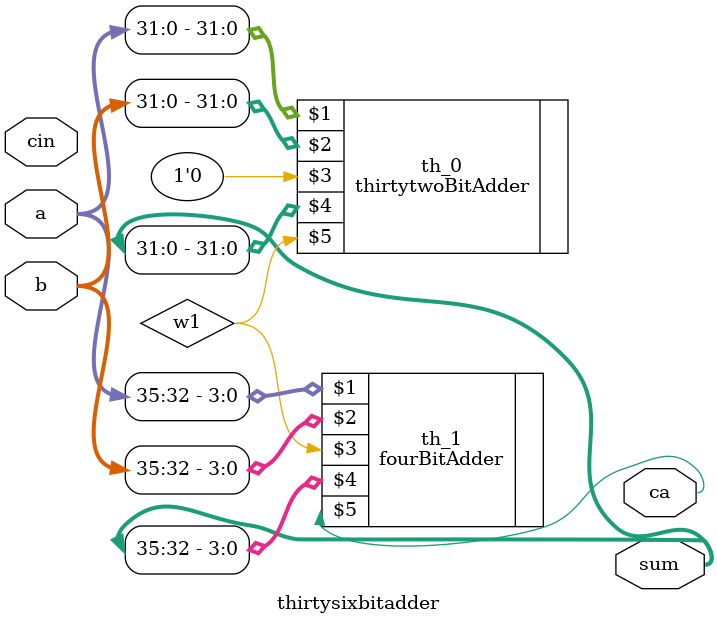
<source format=v>
`include "thirtytwoBitAdder.v"
module thirtysixbitadder(a,b,cin,sum,ca);


input [35:0] a,b; input cin;
output [35:0] sum; output ca;
wire w1;

thirtytwoBitAdder th_0(a[31:0],b[31:0],1'b0,sum[31:0],w1);
fourBitAdder th_1(a[35:32],b[35:32],w1,sum[35:32],ca);


    // always @(*) begin

    //   $display("sum=%b ",sum);
    
    //  end

endmodule
</source>
